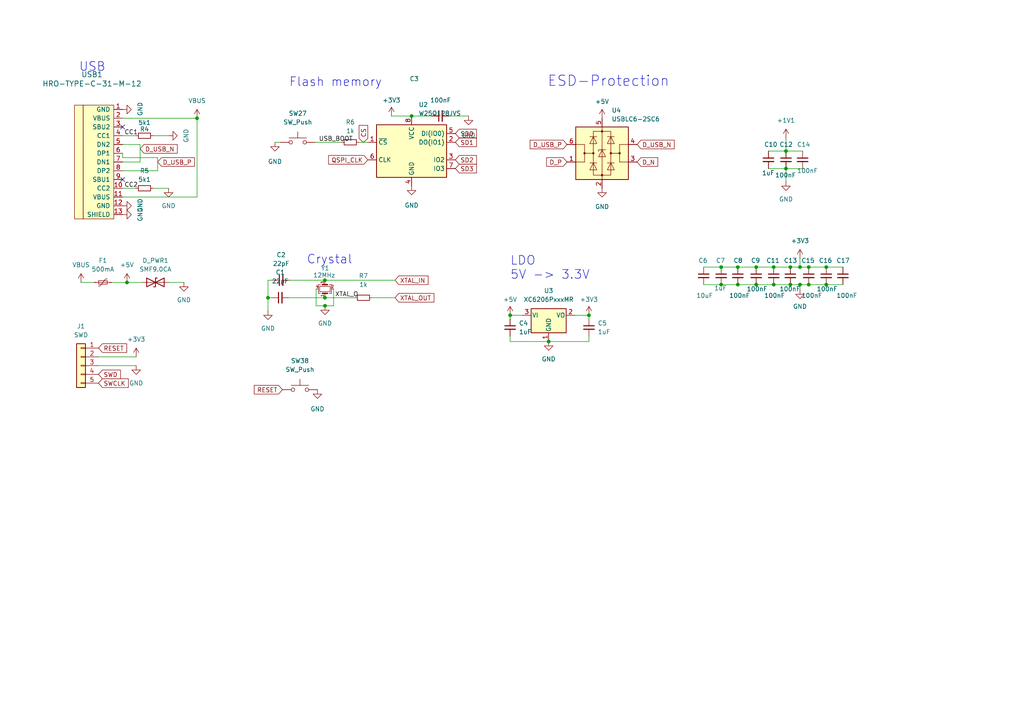
<source format=kicad_sch>
(kicad_sch (version 20230121) (generator eeschema)
  (paper "A4")
  (lib_symbols
    (symbol "Connector_Generic:Conn_01x05" (pin_names (offset 1.016) hide)
      (property "Reference" "J" (at 0 7.62 0))
      (property "Value" "Conn_01x05" (at 0 -7.62 0))
      (symbol "Conn_01x05_1_1"
        (rectangle (start -1.27 -4.953) (end 0 -5.207) (stroke (width 0.1524)))
        (rectangle (start -1.27 -2.413) (end 0 -2.667) (stroke (width 0.1524)))
        (rectangle (start -1.27 0.127) (end 0 -0.127) (stroke (width 0.1524)))
        (rectangle (start -1.27 2.667) (end 0 2.413) (stroke (width 0.1524)))
        (rectangle (start -1.27 5.207) (end 0 4.953) (stroke (width 0.1524)))
        (rectangle (start -1.27 6.35) (end 1.27 -6.35) (stroke (width 0.254)) (fill (type background)))
        (pin passive line (at -5.08 5.08 0) (length 3.81) (name "Pin_1") (number "1"))
        (pin passive line (at -5.08 2.54 0) (length 3.81) (name "Pin_2") (number "2"))
        (pin passive line (at -5.08 0 0) (length 3.81) (name "Pin_3") (number "3"))
        (pin passive line (at -5.08 -2.54 0) (length 3.81) (name "Pin_4") (number "4"))
        (pin passive line (at -5.08 -5.08 0) (length 3.81) (name "Pin_5") (number "5"))
      )
    )
    (symbol "Device:C_Small" (pin_numbers hide) (pin_names (offset 0.254) hide)
      (property "Reference" "C" (at 0.254 1.778 0))
      (property "Value" "C_Small" (at 0.254 -2.032 0))
      (symbol "C_Small_0_1"
        (polyline (pts (xy -1.524 -0.508) (xy 1.524 -0.508)) (stroke (width 0.3302)))
        (polyline (pts (xy -1.524 0.508) (xy 1.524 0.508)) (stroke (width 0.3048)))
      )
      (symbol "C_Small_1_1"
        (pin passive line (at 0 2.54 270) (length 2.032) (name "~") (number "1"))
        (pin passive line (at 0 -2.54 90) (length 2.032) (name "~") (number "2"))
      )
    )
    (symbol "Device:Crystal_GND24_Small" (pin_names (offset 1.016) hide)
      (property "Reference" "Y" (at 1.27 4.445 0))
      (property "Value" "Crystal_GND24_Small" (at 1.27 2.54 0))
      (symbol "Crystal_GND24_Small_0_1"
        (rectangle (start -0.762 -1.524) (end 0.762 1.524))
        (polyline (pts (xy -1.27 -0.762) (xy -1.27 0.762)) (stroke (width 0.381)))
        (polyline (pts (xy 1.27 -0.762) (xy 1.27 0.762)) (stroke (width 0.381)))
        (polyline (pts (xy -1.27 -1.27) (xy -1.27 -1.905) (xy 1.27 -1.905) (xy 1.27 -1.27)))
        (polyline (pts (xy -1.27 1.27) (xy -1.27 1.905) (xy 1.27 1.905) (xy 1.27 1.27)))
      )
      (symbol "Crystal_GND24_Small_1_1"
        (pin passive line (at -2.54 0 0) (length 1.27) (name "1") (number "1"))
        (pin passive line (at 0 -2.54 90) (length 0.635) (name "2") (number "2"))
        (pin passive line (at 2.54 0 180) (length 1.27) (name "3") (number "3"))
        (pin passive line (at 0 2.54 270) (length 0.635) (name "4") (number "4"))
      )
    )
    (symbol "Device:D_TVS" (pin_numbers hide) (pin_names (offset 1.016) hide)
      (property "Reference" "D" (at 0 2.54 0))
      (property "Value" "D_TVS" (at 0 -2.54 0))
      (symbol "D_TVS_0_1"
        (polyline (pts (xy 1.27 0) (xy -1.27 0)))
        (polyline (pts (xy 0.508 1.27) (xy 0 1.27) (xy 0 -1.27) (xy -0.508 -1.27)) (stroke (width 0.254)))
        (polyline (pts (xy -2.54 1.27) (xy -2.54 -1.27) (xy 2.54 1.27) (xy 2.54 -1.27) (xy -2.54 1.27)) (stroke (width 0.254)))
      )
      (symbol "D_TVS_1_1"
        (pin passive line (at -3.81 0 0) (length 2.54) (name "A1") (number "1"))
        (pin passive line (at 3.81 0 180) (length 2.54) (name "A2") (number "2"))
      )
    )
    (symbol "Device:Polyfuse_Small" (pin_numbers hide) (pin_names (offset 0))
      (property "Reference" "F" (at -1.905 0 90))
      (property "Value" "Polyfuse_Small" (at 1.905 0 90))
      (symbol "Polyfuse_Small_0_1"
        (rectangle (start -0.508 1.27) (end 0.508 -1.27))
        (polyline (pts (xy 0 2.54) (xy 0 -2.54)))
        (polyline (pts (xy -1.016 1.27) (xy -1.016 0.762) (xy 1.016 -0.762) (xy 1.016 -1.27)))
      )
      (symbol "Polyfuse_Small_1_1"
        (pin passive line (at 0 2.54 270) (length 0.635) (name "~") (number "1"))
        (pin passive line (at 0 -2.54 90) (length 0.635) (name "~") (number "2"))
      )
    )
    (symbol "Device:R_Small" (pin_numbers hide) (pin_names (offset 0.254) hide)
      (property "Reference" "R" (at 0.762 0.508 0))
      (property "Value" "R_Small" (at 0.762 -1.016 0))
      (symbol "R_Small_0_1"
        (rectangle (start -0.762 1.778) (end 0.762 -1.778) (stroke (width 0.2032)))
      )
      (symbol "R_Small_1_1"
        (pin passive line (at 0 2.54 270) (length 0.762) (name "~") (number "1"))
        (pin passive line (at 0 -2.54 90) (length 0.762) (name "~") (number "2"))
      )
    )
    (symbol "Memory_Flash:W25Q128JVS"
      (property "Reference" "U" (at -8.89 8.89 0))
      (property "Value" "W25Q128JVS" (at 7.62 8.89 0))
      (symbol "W25Q128JVS_0_1"
        (rectangle (start -10.16 7.62) (end 10.16 -7.62) (stroke (width 0.254)) (fill (type background)))
      )
      (symbol "W25Q128JVS_1_1"
        (pin input line (at -12.7 2.54 0) (length 2.54) (name "~{CS}") (number "1"))
        (pin bidirectional line (at 12.7 2.54 180) (length 2.54) (name "DO(IO1)") (number "2"))
        (pin bidirectional line (at 12.7 -2.54 180) (length 2.54) (name "IO2") (number "3"))
        (pin power_in line (at 0 -10.16 90) (length 2.54) (name "GND") (number "4"))
        (pin bidirectional line (at 12.7 5.08 180) (length 2.54) (name "DI(IO0)") (number "5"))
        (pin input line (at -12.7 -2.54 0) (length 2.54) (name "CLK") (number "6"))
        (pin bidirectional line (at 12.7 -5.08 180) (length 2.54) (name "IO3") (number "7"))
        (pin power_in line (at 0 10.16 270) (length 2.54) (name "VCC") (number "8"))
      )
    )
    (symbol "Power_Protection:USBLC6-2SC6" (pin_names hide)
      (property "Reference" "U" (at 2.54 8.89 0))
      (property "Value" "USBLC6-2SC6" (at 2.54 -8.89 0))
      (symbol "USBLC6-2SC6_0_1"
        (rectangle (start -7.62 -7.62) (end 7.62 7.62) (stroke (width 0.254)) (fill (type background)))
        (circle (center -5.08 0) (radius 0.254) (fill (type outline)))
        (circle (center -2.54 0) (radius 0.254) (fill (type outline)))
        (rectangle (start -2.54 6.35) (end 2.54 -6.35))
        (circle (center 0 -6.35) (radius 0.254) (fill (type outline)))
        (polyline (pts (xy -5.08 -2.54) (xy -7.62 -2.54)))
        (polyline (pts (xy -5.08 0) (xy -5.08 -2.54)))
        (polyline (pts (xy -5.08 2.54) (xy -7.62 2.54)))
        (polyline (pts (xy -1.524 -2.794) (xy -3.556 -2.794)))
        (polyline (pts (xy -1.524 4.826) (xy -3.556 4.826)))
        (polyline (pts (xy 0 -7.62) (xy 0 -6.35)))
        (polyline (pts (xy 0 -6.35) (xy 0 1.27)))
        (polyline (pts (xy 0 1.27) (xy 0 6.35)))
        (polyline (pts (xy 0 6.35) (xy 0 7.62)))
        (polyline (pts (xy 1.524 -2.794) (xy 3.556 -2.794)))
        (polyline (pts (xy 1.524 4.826) (xy 3.556 4.826)))
        (polyline (pts (xy 5.08 -2.54) (xy 7.62 -2.54)))
        (polyline (pts (xy 5.08 0) (xy 5.08 -2.54)))
        (polyline (pts (xy 5.08 2.54) (xy 7.62 2.54)))
        (polyline (pts (xy -2.54 0) (xy -5.08 0) (xy -5.08 2.54)))
        (polyline (pts (xy 2.54 0) (xy 5.08 0) (xy 5.08 2.54)))
        (polyline (pts (xy -3.556 -4.826) (xy -1.524 -4.826) (xy -2.54 -2.794) (xy -3.556 -4.826)))
        (polyline (pts (xy -3.556 2.794) (xy -1.524 2.794) (xy -2.54 4.826) (xy -3.556 2.794)))
        (polyline (pts (xy -1.016 -1.016) (xy 1.016 -1.016) (xy 0 1.016) (xy -1.016 -1.016)))
        (polyline (pts (xy 1.016 1.016) (xy 0.762 1.016) (xy -1.016 1.016) (xy -1.016 0.508)))
        (polyline (pts (xy 3.556 -4.826) (xy 1.524 -4.826) (xy 2.54 -2.794) (xy 3.556 -4.826)))
        (polyline (pts (xy 3.556 2.794) (xy 1.524 2.794) (xy 2.54 4.826) (xy 3.556 2.794)))
        (circle (center 0 6.35) (radius 0.254) (fill (type outline)))
        (circle (center 2.54 0) (radius 0.254) (fill (type outline)))
        (circle (center 5.08 0) (radius 0.254) (fill (type outline)))
      )
      (symbol "USBLC6-2SC6_1_1"
        (pin passive line (at -10.16 -2.54 0) (length 2.54) (name "I/O1") (number "1"))
        (pin passive line (at 0 -10.16 90) (length 2.54) (name "GND") (number "2"))
        (pin passive line (at 10.16 -2.54 180) (length 2.54) (name "I/O2") (number "3"))
        (pin passive line (at 10.16 2.54 180) (length 2.54) (name "I/O2") (number "4"))
        (pin passive line (at 0 10.16 270) (length 2.54) (name "VBUS") (number "5"))
        (pin passive line (at -10.16 2.54 0) (length 2.54) (name "I/O1") (number "6"))
      )
    )
    (symbol "Regulator_Linear:XC6206PxxxMR" (pin_names (offset 0.254))
      (property "Reference" "U" (at -3.81 3.175 0))
      (property "Value" "XC6206PxxxMR" (at 0 3.175 0))
      (symbol "XC6206PxxxMR_0_1"
        (rectangle (start -5.08 1.905) (end 5.08 -5.08) (stroke (width 0.254)) (fill (type background)))
      )
      (symbol "XC6206PxxxMR_1_1"
        (pin power_in line (at 0 -7.62 90) (length 2.54) (name "GND") (number "1"))
        (pin power_out line (at 7.62 0 180) (length 2.54) (name "VO") (number "2"))
        (pin power_in line (at -7.62 0 0) (length 2.54) (name "VI") (number "3"))
      )
    )
    (symbol "Switch:SW_Push" (pin_numbers hide) (pin_names (offset 1.016) hide)
      (property "Reference" "SW" (at 1.27 2.54 0))
      (property "Value" "SW_Push" (at 0 -1.524 0))
      (symbol "SW_Push_0_1"
        (circle (center -2.032 0) (radius 0.508))
        (polyline (pts (xy 0 1.27) (xy 0 3.048)))
        (polyline (pts (xy 2.54 1.27) (xy -2.54 1.27)))
        (circle (center 2.032 0) (radius 0.508))
        (pin passive line (at -5.08 0 0) (length 2.54) (name "1") (number "1"))
        (pin passive line (at 5.08 0 180) (length 2.54) (name "2") (number "2"))
      )
    )
    (symbol "Type-C:HRO-TYPE-C-31-M-12" (pin_names (offset 1.016))
      (property "Reference" "USB" (at -5.08 16.51 0))
      (property "Value" "HRO-TYPE-C-31-M-12" (at -10.16 -1.27 90))
      (symbol "HRO-TYPE-C-31-M-12_0_1"
        (rectangle (start -11.43 15.24) (end -8.89 -17.78) (fill (type background)))
        (rectangle (start 0 -17.78) (end -8.89 15.24) (fill (type background)))
      )
      (symbol "HRO-TYPE-C-31-M-12_1_1"
        (pin input line (at 2.54 13.97 180) (length 2.54) (name "GND") (number "1"))
        (pin input line (at 2.54 -8.89 180) (length 2.54) (name "CC2") (number "10"))
        (pin input line (at 2.54 -11.43 180) (length 2.54) (name "VBUS") (number "11"))
        (pin input line (at 2.54 -13.97 180) (length 2.54) (name "GND") (number "12"))
        (pin input line (at 2.54 -16.51 180) (length 2.54) (name "SHIELD") (number "13"))
        (pin input line (at 2.54 11.43 180) (length 2.54) (name "VBUS") (number "2"))
        (pin input line (at 2.54 8.89 180) (length 2.54) (name "SBU2") (number "3"))
        (pin input line (at 2.54 6.35 180) (length 2.54) (name "CC1") (number "4"))
        (pin input line (at 2.54 3.81 180) (length 2.54) (name "DN2") (number "5"))
        (pin input line (at 2.54 1.27 180) (length 2.54) (name "DP1") (number "6"))
        (pin input line (at 2.54 -1.27 180) (length 2.54) (name "DN1") (number "7"))
        (pin input line (at 2.54 -3.81 180) (length 2.54) (name "DP2") (number "8"))
        (pin input line (at 2.54 -6.35 180) (length 2.54) (name "SBU1") (number "9"))
      )
    )
    (symbol "power:+1V1" (power) (pin_names (offset 0))
      (property "Value" "+1V1" (at 0 3.556 0))
      (symbol "+1V1_0_1"
        (polyline (pts (xy -0.762 1.27) (xy 0 2.54)))
        (polyline (pts (xy 0 0) (xy 0 2.54)))
        (polyline (pts (xy 0 2.54) (xy 0.762 1.27)))
      )
      (symbol "+1V1_1_1"
        (pin power_in line (at 0 0 90) (length 0) hide (name "+1V1") (number "1"))
      )
    )
    (symbol "power:+3V3" (power) (pin_names (offset 0))
      (property "Value" "+3V3" (at 0 3.556 0))
      (symbol "+3V3_0_1"
        (polyline (pts (xy -0.762 1.27) (xy 0 2.54)))
        (polyline (pts (xy 0 0) (xy 0 2.54)))
        (polyline (pts (xy 0 2.54) (xy 0.762 1.27)))
      )
      (symbol "+3V3_1_1"
        (pin power_in line (at 0 0 90) (length 0) hide (name "+3V3") (number "1"))
      )
    )
    (symbol "power:+5V" (power) (pin_names (offset 0))
      (property "Value" "+5V" (at 0 3.556 0))
      (symbol "+5V_0_1"
        (polyline (pts (xy -0.762 1.27) (xy 0 2.54)))
        (polyline (pts (xy 0 0) (xy 0 2.54)))
        (polyline (pts (xy 0 2.54) (xy 0.762 1.27)))
      )
      (symbol "+5V_1_1"
        (pin power_in line (at 0 0 90) (length 0) hide (name "+5V") (number "1"))
      )
    )
    (symbol "power:GND" (power) (pin_names (offset 0))
      (property "Value" "GND" (at 0 -3.81 0))
      (symbol "GND_0_1"
        (polyline (pts (xy 0 0) (xy 0 -1.27) (xy 1.27 -1.27) (xy 0 -2.54) (xy -1.27 -1.27) (xy 0 -1.27)))
      )
      (symbol "GND_1_1"
        (pin power_in line (at 0 0 270) (length 0) hide (name "GND") (number "1"))
      )
    )
    (symbol "power:VBUS" (power) (pin_names (offset 0))
      (property "Value" "VBUS" (at 0 3.81 0))
      (symbol "VBUS_0_1"
        (polyline (pts (xy -0.762 1.27) (xy 0 2.54)))
        (polyline (pts (xy 0 0) (xy 0 2.54)))
        (polyline (pts (xy 0 2.54) (xy 0.762 1.27)))
      )
      (symbol "VBUS_1_1"
        (pin power_in line (at 0 0 90) (length 0) hide (name "VBUS") (number "1"))
      )
    )
  )
  (junction (at 94.234 81.28))
  (junction (at 57.15 34.29))
  (junction (at 147.955 91.44))
  (junction (at 227.965 48.895))
  (junction (at 229.235 82.55))
  (junction (at 94.2594 88.6968))
  (junction (at 224.409 82.55))
  (junction (at 209.169 82.55))
  (junction (at 219.329 77.47))
  (junction (at 36.83 81.915))
  (junction (at 234.569 77.47))
  (junction (at 227.965 43.815))
  (junction (at 119.38 33.655))
  (junction (at 159.131 99.06))
  (junction (at 239.649 77.47))
  (junction (at 77.724 86.36))
  (junction (at 224.409 77.47))
  (junction (at 94.234 86.36))
  (junction (at 239.649 82.55))
  (junction (at 213.995 82.55))
  (junction (at 213.995 77.47))
  (junction (at 232.029 82.55))
  (junction (at 234.569 82.55))
  (junction (at 170.815 91.44))
  (junction (at 219.329 82.55))
  (junction (at 232.029 77.47))
  (junction (at 229.235 77.47))
  (junction (at 209.169 77.47))
  (no_connect (at 35.56 52.07))
  (no_connect (at 35.56 36.83))
  (wire (pts (xy 239.649 77.47) (xy 244.475 77.47)))
  (wire (pts (xy 219.329 82.55) (xy 224.409 82.55)))
  (wire (pts (xy 35.56 41.91) (xy 40.64 41.91)))
  (wire (pts (xy 229.235 82.55) (xy 232.029 82.55)))
  (wire (pts (xy 130.302 33.655) (xy 135.89 33.655)))
  (wire (pts (xy 219.329 77.47) (xy 224.409 77.47)))
  (wire (pts (xy 224.409 77.47) (xy 229.235 77.47)))
  (wire (pts (xy 36.83 81.915) (xy 41.275 81.915)))
  (wire (pts (xy 78.74 86.36) (xy 77.724 86.36)))
  (wire (pts (xy 166.751 91.44) (xy 170.815 91.44)))
  (wire (pts (xy 35.56 46.99) (xy 40.64 46.99)))
  (wire (pts (xy 48.895 81.915) (xy 53.34 81.915)))
  (wire (pts (xy 44.45 54.61) (xy 48.895 54.61)))
  (wire (pts (xy 170.815 99.06) (xy 170.815 97.536)))
  (wire (pts (xy 232.029 77.47) (xy 234.569 77.47)))
  (wire (pts (xy 147.955 91.44) (xy 147.955 92.456)))
  (wire (pts (xy 106.68 41.275) (xy 104.14 41.275)))
  (wire (pts (xy 83.82 86.36) (xy 94.234 86.36)))
  (wire (pts (xy 232.029 82.55) (xy 232.029 84.074)))
  (wire (pts (xy 35.56 49.53) (xy 45.72 49.53)))
  (wire (pts (xy 147.955 99.06) (xy 159.131 99.06)))
  (wire (pts (xy 28.575 103.505) (xy 39.497 103.505)))
  (wire (pts (xy 91.6796 88.6968) (xy 94.2594 88.6968)))
  (wire (pts (xy 119.38 33.655) (xy 125.222 33.655)))
  (wire (pts (xy 32.385 81.915) (xy 36.83 81.915)))
  (wire (pts (xy 57.15 57.15) (xy 57.15 34.29)))
  (wire (pts (xy 45.72 45.72) (xy 35.56 45.72)))
  (wire (pts (xy 94.234 81.28) (xy 114.554 81.28)))
  (wire (pts (xy 40.64 41.91) (xy 40.64 46.99)))
  (wire (pts (xy 28.575 106.045) (xy 39.497 106.045)))
  (wire (pts (xy 35.56 39.37) (xy 39.37 39.37)))
  (wire (pts (xy 227.965 48.895) (xy 232.791 48.895)))
  (wire (pts (xy 113.538 33.655) (xy 119.38 33.655)))
  (wire (pts (xy 229.235 77.47) (xy 232.029 77.47)))
  (wire (pts (xy 232.029 82.55) (xy 234.569 82.55)))
  (wire (pts (xy 94.234 86.36) (xy 102.87 86.36)))
  (wire (pts (xy 213.995 82.55) (xy 219.329 82.55)))
  (wire (pts (xy 45.72 45.72) (xy 45.72 49.53)))
  (wire (pts (xy 77.724 81.28) (xy 78.994 81.28)))
  (wire (pts (xy 209.169 82.55) (xy 213.995 82.55)))
  (wire (pts (xy 234.569 77.47) (xy 239.649 77.47)))
  (wire (pts (xy 96.774 83.82) (xy 96.7596 88.6968)))
  (wire (pts (xy 170.815 91.44) (xy 170.815 92.456)))
  (wire (pts (xy 107.95 86.36) (xy 114.554 86.36)))
  (wire (pts (xy 94.2594 88.6968) (xy 96.7596 88.6968)))
  (wire (pts (xy 159.131 99.06) (xy 170.815 99.06)))
  (wire (pts (xy 35.56 57.15) (xy 57.15 57.15)))
  (wire (pts (xy 23.495 81.915) (xy 27.305 81.915)))
  (wire (pts (xy 84.074 81.28) (xy 94.234 81.28)))
  (wire (pts (xy 91.694 83.82) (xy 91.6796 88.6968)))
  (wire (pts (xy 204.089 77.47) (xy 209.169 77.47)))
  (wire (pts (xy 204.089 82.55) (xy 209.169 82.55)))
  (wire (pts (xy 227.965 48.895) (xy 227.965 52.705)))
  (wire (pts (xy 44.45 39.37) (xy 48.895 39.37)))
  (wire (pts (xy 81.28 41.275) (xy 79.756 41.275)))
  (wire (pts (xy 35.56 54.61) (xy 39.37 54.61)))
  (wire (pts (xy 234.569 82.55) (xy 239.649 82.55)))
  (wire (pts (xy 222.885 43.815) (xy 227.965 43.815)))
  (wire (pts (xy 213.995 77.47) (xy 219.329 77.47)))
  (wire (pts (xy 35.56 34.29) (xy 57.15 34.29)))
  (wire (pts (xy 209.169 77.47) (xy 213.995 77.47)))
  (wire (pts (xy 222.885 48.895) (xy 227.965 48.895)))
  (wire (pts (xy 227.965 40.005) (xy 227.965 43.815)))
  (wire (pts (xy 224.409 82.55) (xy 229.235 82.55)))
  (wire (pts (xy 77.724 86.36) (xy 77.724 81.28)))
  (wire (pts (xy 239.649 82.55) (xy 244.475 82.55)))
  (wire (pts (xy 35.56 45.72) (xy 35.56 44.45)))
  (wire (pts (xy 147.955 97.536) (xy 147.955 99.06)))
  (wire (pts (xy 77.724 90.17) (xy 77.724 86.36)))
  (wire (pts (xy 151.511 91.44) (xy 147.955 91.44)))
  (wire (pts (xy 232.029 74.93) (xy 232.029 77.47)))
  (wire (pts (xy 99.06 41.275) (xy 91.44 41.275)))
  (wire (pts (xy 227.965 43.815) (xy 232.791 43.815)))
  (text "Crystal" (at 88.9 76.835 0) (effects (font (size 2.54 2.54)) (justify left bottom)))
  (text "Flash memory\n" (at 83.82 25.4 0) (effects (font (size 2.54 2.54)) (justify left bottom)))
  (text "USB	\n" (at 22.86 20.955 0) (effects (font (size 2.54 2.54)) (justify left bottom)))
  (text "ESD-Protection" (at 158.75 25.4 0) (effects (font (size 3 3)) (justify left bottom)))
  (text "LDO\n5V -> 3.3V" (at 147.955 81.28 0) (effects (font (size 2.54 2.54)) (justify left bottom)))
  (label "CC1" (at 36.068 39.37 0))
  (label "CC2" (at 36.068 54.61 0))
  (label "XTAL_O" (at 97.155 86.36 0))
  (label "USB_BOOT" (at 92.456 41.275 0))
  (global_label "CS" (shape input) (at 105.41 41.275 90) (property "Intersheetrefs" "${INTERSHEET_REFS}" (effects hide)))
  (global_label "SD1" (shape input) (at 132.08 41.275 0) (property "Intersheetrefs" "${INTERSHEET_REFS}" (effects hide)))
  (global_label "SWD" (shape input) (at 28.575 108.585 0) (property "Intersheetrefs" "${INTERSHEET_REFS}" (effects hide)))
  (global_label "D_P" (shape input) (at 164.465 46.99 180) (property "Intersheetrefs" "${INTERSHEET_REFS}" (effects hide)))
  (global_label "D_USB_P" (shape input) (at 164.465 41.91 180) (property "Intersheetrefs" "${INTERSHEET_REFS}" (effects hide)))
  (global_label "SD3" (shape input) (at 132.08 48.895 0) (property "Intersheetrefs" "${INTERSHEET_REFS}" (effects hide)))
  (global_label "D_USB_N" (shape input) (at 40.64 43.18 0) (property "Intersheetrefs" "${INTERSHEET_REFS}" (effects hide)))
  (global_label "RESET" (shape input) (at 81.915 113.03 180) (property "Intersheetrefs" "${INTERSHEET_REFS}" (effects hide)))
  (global_label "SWCLK" (shape input) (at 28.575 111.125 0) (property "Intersheetrefs" "${INTERSHEET_REFS}" (effects hide)))
  (global_label "XTAL_IN" (shape input) (at 114.554 81.28 0) (property "Intersheetrefs" "${INTERSHEET_REFS}" (effects hide)))
  (global_label "D_USB_N" (shape input) (at 184.785 41.91 0) (property "Intersheetrefs" "${INTERSHEET_REFS}" (effects hide)))
  (global_label "QSPI_CLK" (shape input) (at 106.68 46.355 180) (property "Intersheetrefs" "${INTERSHEET_REFS}" (effects hide)))
  (global_label "D_N" (shape input) (at 184.785 46.99 0) (property "Intersheetrefs" "${INTERSHEET_REFS}" (effects hide)))
  (global_label "RESET" (shape input) (at 28.575 100.965 0) (property "Intersheetrefs" "${INTERSHEET_REFS}" (effects hide)))
  (global_label "XTAL_OUT" (shape input) (at 114.554 86.36 0) (property "Intersheetrefs" "${INTERSHEET_REFS}" (effects hide)))
  (global_label "D_USB_P" (shape input) (at 45.72 46.99 0) (property "Intersheetrefs" "${INTERSHEET_REFS}" (effects hide)))
  (global_label "SD2" (shape input) (at 132.08 46.355 0) (property "Intersheetrefs" "${INTERSHEET_REFS}" (effects hide)))
  (global_label "SD0" (shape input) (at 132.08 38.735 0) (property "Intersheetrefs" "${INTERSHEET_REFS}" (effects hide)))
  (symbol (lib_id "power:GND") (at 135.89 33.655 0) (unit 1)
    (property "Reference" "#PWR0119" (effects hide))
    (property "Value" "GND" (at 135.89 39.243 0))
  )
  (symbol (lib_id "power:+5V") (at 174.625 34.29 0) (unit 1)
    (property "Reference" "#PWR0125" (effects hide))
    (property "Value" "+5V" (at 174.625 29.464 0))
  )
  (symbol (lib_id "power:GND") (at 79.756 41.275 0) (unit 1)
    (property "Reference" "#PWR0121" (effects hide))
    (property "Value" "GND" (at 79.756 46.863 0))
  )
  (symbol (lib_id "power:GND") (at 53.34 81.915 0) (unit 1)
    (property "Reference" "#PWR0154" (effects hide))
    (property "Value" "GND" (at 53.34 86.995 0))
  )
  (symbol (lib_id "Connector_Generic:Conn_01x05") (at 23.495 106.045 0) (mirror y) (unit 1)
    (property "Reference" "J1" (at 23.495 94.615 0))
    (property "Value" "SWD" (at 23.495 97.155 0))
    (property "Footprint" "Connector_PinSocket_2.54mm:PinSocket_1x05_P2.54mm_Vertical" (effects hide))
  )
  (symbol (lib_id "power:GND") (at 159.131 99.06 0) (unit 1)
    (property "Reference" "#PWR0128" (effects hide))
    (property "Value" "GND" (at 159.131 104.14 0))
  )
  (symbol (lib_id "Device:C_Small") (at 232.791 46.355 0) (unit 1)
    (property "Reference" "C14" (at 231.14 41.91 0) (effects (justify left)))
    (property "Value" "100nF" (at 231.14 49.53 0) (effects (justify left)))
    (property "Footprint" "Capacitor_SMD:C_0402_1005Metric" (effects hide))
  )
  (symbol (lib_id "Device:Crystal_GND24_Small") (at 94.234 83.82 90) (unit 1)
    (property "Reference" "Y1" (at 94.3003 77.7979 90))
    (property "Value" "12MHz" (at 94.0463 79.8299 90))
    (property "Footprint" "Crystal:Crystal_SMD_3225-4Pin_3.2x2.5mm" (effects hide))
  )
  (symbol (lib_id "Power_Protection:USBLC6-2SC6") (at 174.625 44.45 0) (unit 1)
    (property "Reference" "U4" (at 177.3937 32.004 0) (effects (justify left)))
    (property "Value" "USBLC6-2SC6" (at 177.3937 34.544 0) (effects (justify left)))
    (property "Footprint" "Package_TO_SOT_SMD:SOT-23-6" (effects hide))
    (property "Datasheet" "https://www.st.com/resource/en/datasheet/usblc6-2.pdf" (effects hide))
  )
  (symbol (lib_id "Device:R_Small") (at 41.91 39.37 90) (unit 1)
    (property "Reference" "R4" (at 41.91 37.465 90))
    (property "Value" "5k1" (at 41.91 35.56 90))
    (property "Footprint" "Resistor_SMD:R_0402_1005Metric" (effects hide))
  )
  (symbol (lib_id "Switch:SW_Push") (at 86.36 41.275 0) (unit 1)
    (property "Reference" "SW27" (at 86.36 32.893 0))
    (property "Value" "SW_Push" (at 86.36 35.433 0))
    (property "Footprint" "Keebio-Parts:SW_SPST_TL3342" (effects hide))
  )
  (symbol (lib_id "power:+3V3") (at 170.815 91.44 0) (unit 1)
    (property "Reference" "#PWR0124" (effects hide))
    (property "Value" "+3V3" (at 170.815 86.868 0))
  )
  (symbol (lib_id "power:+1V1") (at 227.965 40.005 0) (unit 1)
    (property "Reference" "#PWR0116" (effects hide))
    (property "Value" "+1V1" (at 227.965 34.925 0))
  )
  (symbol (lib_id "power:GND") (at 174.625 54.61 0) (unit 1)
    (property "Reference" "#PWR0126" (effects hide))
    (property "Value" "GND" (at 174.625 59.944 0))
  )
  (symbol (lib_id "power:+3V3") (at 39.497 103.505 0) (unit 1)
    (property "Reference" "#PWR0133" (effects hide))
    (property "Value" "+3V3" (at 39.497 98.425 0))
  )
  (symbol (lib_id "Device:C_Small") (at 209.169 80.01 0) (unit 1)
    (property "Reference" "C7" (at 207.645 75.565 0) (effects (justify left)))
    (property "Value" "1uF" (at 207.137 83.566 0) (effects (justify left)))
    (property "Footprint" "Capacitor_SMD:C_0402_1005Metric" (effects hide))
  )
  (symbol (lib_id "Device:R_Small") (at 101.6 41.275 90) (unit 1)
    (property "Reference" "R6" (at 101.6 35.433 90))
    (property "Value" "1k" (at 101.6 37.973 90))
    (property "Footprint" "Resistor_SMD:R_0402_1005Metric" (effects hide))
  )
  (symbol (lib_id "Device:C_Small") (at 147.955 94.996 0) (unit 1)
    (property "Reference" "C4" (at 150.495 93.7322 0) (effects (justify left)))
    (property "Value" "1uF" (at 150.495 96.2722 0) (effects (justify left)))
    (property "Footprint" "Capacitor_SMD:C_0402_1005Metric" (effects hide))
  )
  (symbol (lib_id "Device:C_Small") (at 239.649 80.01 0) (unit 1)
    (property "Reference" "C16" (at 237.49 75.565 0) (effects (justify left)))
    (property "Value" "100nF" (at 236.855 83.82 0) (effects (justify left)))
    (property "Footprint" "Capacitor_SMD:C_0402_1005Metric" (effects hide))
  )
  (symbol (lib_id "Switch:SW_Push") (at 86.995 113.03 0) (unit 1)
    (property "Reference" "SW38" (at 86.995 104.648 0))
    (property "Value" "SW_Push" (at 86.995 107.188 0))
    (property "Footprint" "Keebio-Parts:SW_SPST_TL3342" (effects hide))
  )
  (symbol (lib_id "power:+3V3") (at 113.538 33.655 0) (unit 1)
    (property "Reference" "#PWR0117" (effects hide))
    (property "Value" "+3V3" (at 113.538 29.083 0))
  )
  (symbol (lib_id "power:+5V") (at 36.83 81.915 0) (unit 1)
    (property "Reference" "#PWR0120" (effects hide))
    (property "Value" "+5V" (at 36.83 76.835 0))
  )
  (symbol (lib_id "Device:C_Small") (at 81.534 81.28 90) (unit 1)
    (property "Reference" "C2" (at 81.5403 73.914 90))
    (property "Value" "22pF" (at 81.5403 76.454 90))
    (property "Footprint" "Capacitor_SMD:C_0402_1005Metric" (effects hide))
  )
  (symbol (lib_id "power:GND") (at 119.38 53.975 0) (unit 1)
    (property "Reference" "#PWR0118" (effects hide))
    (property "Value" "GND" (at 119.38 59.563 0))
  )
  (symbol (lib_id "power:GND") (at 94.2594 88.6968 0) (unit 1)
    (property "Reference" "#PWR0129" (effects hide))
    (property "Value" "GND" (at 94.2594 93.7768 0))
  )
  (symbol (lib_id "power:VBUS") (at 57.15 34.29 0) (unit 1)
    (property "Reference" "#PWR0123" (effects hide))
    (property "Value" "VBUS" (at 57.15 29.21 0))
  )
  (symbol (lib_id "power:GND") (at 227.965 52.705 0) (unit 1)
    (property "Reference" "#PWR0114" (effects hide))
    (property "Value" "GND" (at 227.965 57.785 0))
  )
  (symbol (lib_id "power:VBUS") (at 23.495 81.915 0) (unit 1)
    (property "Reference" "#PWR0153" (effects hide))
    (property "Value" "VBUS" (at 23.495 76.835 0))
  )
  (symbol (lib_id "Device:C_Small") (at 227.965 46.355 0) (unit 1)
    (property "Reference" "C12" (at 226.06 41.91 0) (effects (justify left)))
    (property "Value" "100nF" (at 224.79 50.8 0) (effects (justify left)))
    (property "Footprint" "Capacitor_SMD:C_0402_1005Metric" (effects hide))
  )
  (symbol (lib_id "Memory_Flash:W25Q128JVS") (at 119.38 43.815 0) (unit 1)
    (property "Reference" "U2" (at 121.3994 30.353 0) (effects (justify left)))
    (property "Value" "W25Q128JVS" (at 121.3994 32.893 0) (effects (justify left)))
    (property "Footprint" "Package_SO:SOIC-8_5.23x5.23mm_P1.27mm" (effects hide))
    (property "Datasheet" "http://www.winbond.com/resource-files/w25q128jv_dtr%20revc%2003272018%20plus.pdf" (effects hide))
  )
  (symbol (lib_id "Device:C_Small") (at 170.815 94.996 0) (unit 1)
    (property "Reference" "C5" (at 173.355 93.7322 0) (effects (justify left)))
    (property "Value" "1uF" (at 173.355 96.2722 0) (effects (justify left)))
    (property "Footprint" "Capacitor_SMD:C_0402_1005Metric" (effects hide))
  )
  (symbol (lib_id "power:+5V") (at 147.955 91.44 0) (unit 1)
    (property "Reference" "#PWR0127" (effects hide))
    (property "Value" "+5V" (at 147.955 86.868 0))
  )
  (symbol (lib_id "Regulator_Linear:XC6206PxxxMR") (at 159.131 91.44 0) (unit 1)
    (property "Reference" "U3" (at 159.131 84.328 0))
    (property "Value" "XC6206PxxxMR" (at 159.131 86.868 0))
    (property "Footprint" "Package_TO_SOT_SMD:SOT-23" (effects hide))
    (property "Datasheet" "https://www.torexsemi.com/file/xc6206/XC6206.pdf" (effects hide))
  )
  (symbol (lib_id "power:GND") (at 35.56 59.69 90) (unit 1)
    (property "Reference" "#PWR0131" (effects hide))
    (property "Value" "GND" (at 40.64 59.563 0))
  )
  (symbol (lib_id "Device:C_Small") (at 222.885 46.355 0) (unit 1)
    (property "Reference" "C10" (at 221.615 41.91 0) (effects (justify left)))
    (property "Value" "1uF" (at 220.98 50.165 0) (effects (justify left)))
    (property "Footprint" "Capacitor_SMD:C_0402_1005Metric" (effects hide))
  )
  (symbol (lib_id "power:GND") (at 39.497 106.045 0) (unit 1)
    (property "Reference" "#PWR0134" (effects hide))
    (property "Value" "GND" (at 39.497 111.125 0))
  )
  (symbol (lib_id "power:GND") (at 35.56 62.23 90) (unit 1)
    (property "Reference" "#PWR0147" (effects hide))
    (property "Value" "GND" (at 40.64 62.23 0))
  )
  (symbol (lib_id "Device:C_Small") (at 204.089 80.01 0) (unit 1)
    (property "Reference" "C6" (at 202.565 75.565 0) (effects (justify left)))
    (property "Value" "10uF" (at 201.93 85.725 0) (effects (justify left)))
    (property "Footprint" "Capacitor_SMD:C_0402_1005Metric" (effects hide))
  )
  (symbol (lib_id "Device:R_Small") (at 41.91 54.61 90) (unit 1)
    (property "Reference" "R5" (at 41.91 49.53 90))
    (property "Value" "5k1" (at 41.91 52.07 90))
    (property "Footprint" "Resistor_SMD:R_0402_1005Metric" (effects hide))
  )
  (symbol (lib_id "Device:R_Small") (at 105.41 86.36 90) (unit 1)
    (property "Reference" "R7" (at 105.41 80.01 90))
    (property "Value" "1k" (at 105.41 82.55 90))
    (property "Footprint" "Resistor_SMD:R_0402_1005Metric" (effects hide))
  )
  (symbol (lib_id "power:GND") (at 35.56 31.75 90) (unit 1)
    (property "Reference" "#PWR0149" (effects hide))
    (property "Value" "GND" (at 40.64 31.623 0))
  )
  (symbol (lib_id "Device:C_Small") (at 127.762 33.655 90) (unit 1)
    (property "Reference" "C3" (at 120.142 22.86 90))
    (property "Value" "100nF" (at 127.7683 29.083 90))
    (property "Footprint" "Capacitor_SMD:C_0402_1005Metric" (effects hide))
  )
  (symbol (lib_id "Device:Polyfuse_Small") (at 29.845 81.915 90) (unit 1)
    (property "Reference" "F1" (at 29.845 75.565 90))
    (property "Value" "500mA" (at 29.845 78.105 90))
    (property "Footprint" "Fuse:Fuse_1206_3216Metric" (effects hide))
  )
  (symbol (lib_id "Device:C_Small") (at 224.409 80.01 0) (unit 1)
    (property "Reference" "C11" (at 222.25 75.565 0) (effects (justify left)))
    (property "Value" "100nF" (at 221.615 85.725 0) (effects (justify left)))
    (property "Footprint" "Capacitor_SMD:C_0402_1005Metric" (effects hide))
  )
  (symbol (lib_id "Device:C_Small") (at 244.475 80.01 0) (unit 1)
    (property "Reference" "C17" (at 242.57 75.565 0) (effects (justify left)))
    (property "Value" "100nF" (at 242.57 85.725 0) (effects (justify left)))
    (property "Footprint" "Capacitor_SMD:C_0402_1005Metric" (effects hide))
  )
  (symbol (lib_id "Device:C_Small") (at 234.569 80.01 0) (unit 1)
    (property "Reference" "C15" (at 232.41 75.565 0) (effects (justify left)))
    (property "Value" "100nF" (at 232.41 85.725 0) (effects (justify left)))
    (property "Footprint" "Capacitor_SMD:C_0402_1005Metric" (effects hide))
  )
  (symbol (lib_id "Device:C_Small") (at 81.28 86.36 90) (unit 1)
    (property "Reference" "C1" (at 81.2863 78.994 90))
    (property "Value" "22pF" (at 81.2863 81.534 90))
    (property "Footprint" "Capacitor_SMD:C_0402_1005Metric" (effects hide))
  )
  (symbol (lib_id "Device:C_Small") (at 219.329 80.01 0) (unit 1)
    (property "Reference" "C9" (at 217.805 75.565 0) (effects (justify left)))
    (property "Value" "100nF" (at 216.535 83.82 0) (effects (justify left)))
    (property "Footprint" "Capacitor_SMD:C_0402_1005Metric" (effects hide))
  )
  (symbol (lib_id "power:GND") (at 77.724 90.17 0) (unit 1)
    (property "Reference" "#PWR0132" (effects hide))
    (property "Value" "GND" (at 77.724 95.25 0))
  )
  (symbol (lib_id "power:GND") (at 232.029 84.074 0) (unit 1)
    (property "Reference" "#PWR0135" (effects hide))
    (property "Value" "GND" (at 232.029 88.9 0))
  )
  (symbol (lib_id "power:GND") (at 92.075 113.03 0) (unit 1)
    (property "Reference" "#PWR0148" (effects hide))
    (property "Value" "GND" (at 92.075 118.618 0))
  )
  (symbol (lib_id "power:GND") (at 48.895 54.61 0) (unit 1)
    (property "Reference" "#PWR0130" (effects hide))
    (property "Value" "GND" (at 48.895 59.69 0))
  )
  (symbol (lib_id "power:+3V3") (at 232.029 74.93 0) (unit 1)
    (property "Reference" "#PWR0115" (effects hide))
    (property "Value" "+3V3" (at 232.029 69.85 0))
  )
  (symbol (lib_id "Type-C:HRO-TYPE-C-31-M-12") (at 33.02 45.72 0) (unit 1)
    (property "Reference" "USB1" (at 26.67 21.59 0) (effects (font (size 1.524 1.524))))
    (property "Value" "HRO-TYPE-C-31-M-12" (at 26.67 24.2824 0) (effects (font (size 1.524 1.524))))
    (property "Footprint" "Type-C:HRO-TYPE-C-31-M-12-HandSoldering" (effects hide))
  )
  (symbol (lib_id "Device:C_Small") (at 229.235 80.01 0) (unit 1)
    (property "Reference" "C13" (at 227.33 75.565 0) (effects (justify left)))
    (property "Value" "100nF" (at 226.06 83.82 0) (effects (justify left)))
    (property "Footprint" "Capacitor_SMD:C_0402_1005Metric" (effects hide))
  )
  (symbol (lib_id "Device:C_Small") (at 213.995 80.01 0) (unit 1)
    (property "Reference" "C8" (at 212.725 75.565 0) (effects (justify left)))
    (property "Value" "100nF" (at 211.455 85.725 0) (effects (justify left)))
    (property "Footprint" "Capacitor_SMD:C_0402_1005Metric" (effects hide))
  )
  (symbol (lib_id "Device:D_TVS") (at 45.085 81.915 0) (unit 1)
    (property "Reference" "D_PWR1" (at 45.085 75.565 0))
    (property "Value" "SMF9.0CA" (at 45.085 78.105 0))
    (property "Footprint" "Diode_SMD:D_SOD-123" (effects hide))
  )
  (symbol (lib_id "power:GND") (at 48.895 39.37 90) (unit 1)
    (property "Reference" "#PWR0122" (effects hide))
    (property "Value" "GND" (at 53.975 39.37 0))
  )
)
</source>
